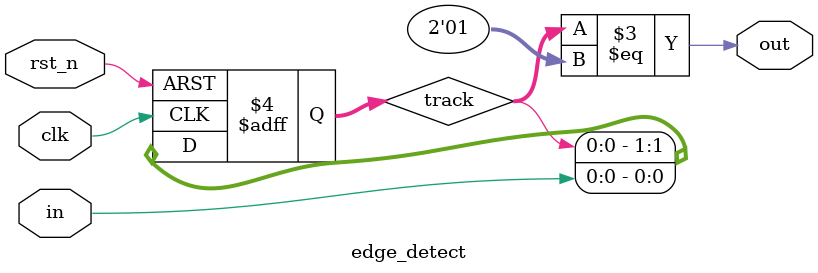
<source format=v>
module edge_detect(
    input clk,
    input rst_n,
    input in,
    output out
    );
    
    reg[1:0] track;
    always@(posedge clk or negedge rst_n) begin
        if(~rst_n) track <= 0;
        else track <= {track[0], in};
    end
    
    assign out = (track == 2'b01);


endmodule

</source>
